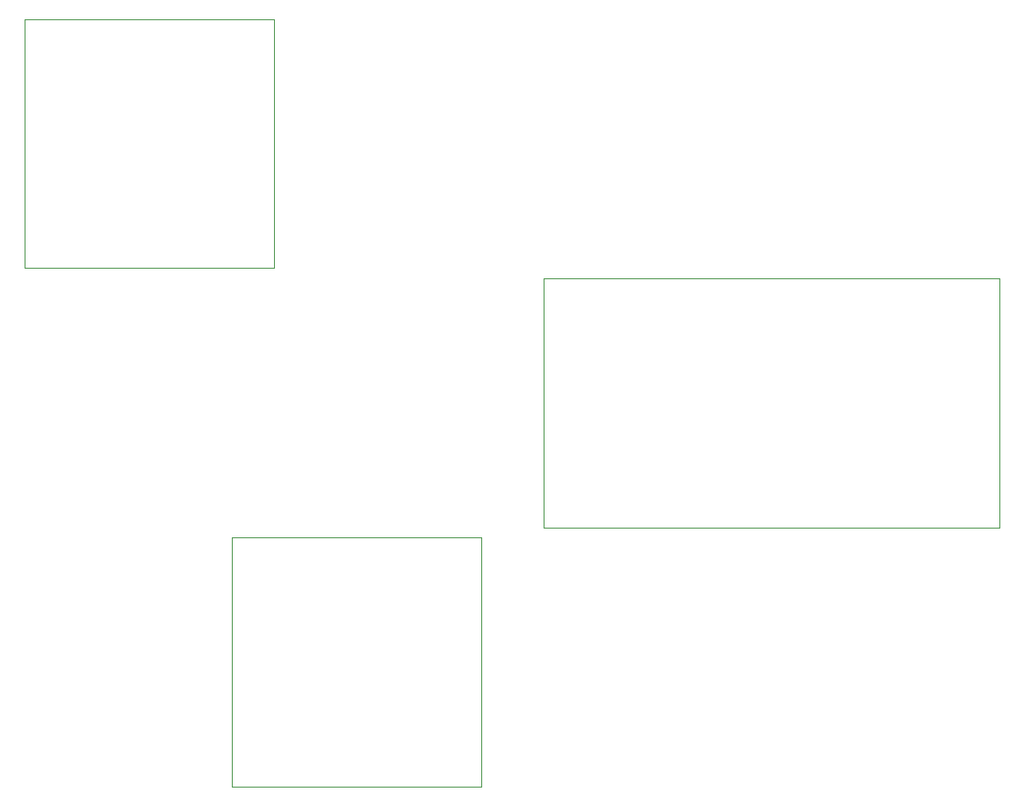
<source format=gm1>
G04 Gerber file generated by Gerbonara*
%TF.GenerationSoftware,KiCad,Pcbnew,8.0.2-1*%
%TF.CreationDate,2024-09-25T19:04:35+01:00*%
%TF.ProjectId,test_module_1,74657374-5f6d-46f6-9475-6c655f312e6b,rev?*%
%TF.SameCoordinates,PX8583b00PY5f5e100*%
%TF.FileFunction,Profile,NP*%
%MOMM*%
%FSLAX45Y45*%
%IPPOS*%
G75
%LPD*%
%ADD10C,0.05*%
D10*
X-002700000Y-001300000D02*
X-000300000Y-001300000D01*
X-000300000Y-003700000D01*
X-002700000Y-003700000D01*
X-002700000Y-001300000D01*
X-004700000Y003700000D02*
X-002300000Y003700000D01*
X-002300000Y001300000D01*
X-004700000Y001300000D01*
X-004700000Y003700000D01*
X004700000Y001200000D02*
X004700000Y-001200000D01*
X000300000Y-001200000D01*
X000300000Y001200000D01*
X004700000Y001200000D01*
M02*
</source>
